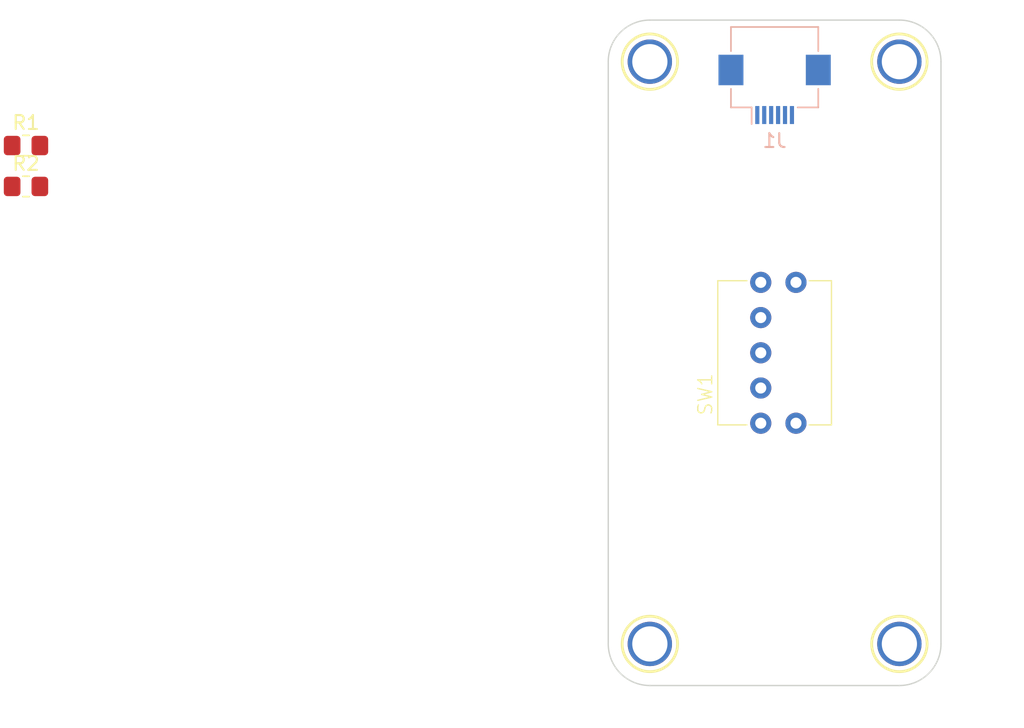
<source format=kicad_pcb>
(kicad_pcb (version 20221018) (generator pcbnew)
  (layers (0 "F.Cu" signal) (31 "B.Cu" signal) (34 "B.Paste" user) (35 "F.Paste" user) (36 "B.SilkS" user "B.Silkscreen") (37 "F.SilkS" user "F.Silkscreen") (38 "B.Mask" user) (39 "F.Mask" user) (44 "Edge.Cuts" user))
  (net 0 "")
  (net 1 "+3.3V")
  (net 2 "/SW_0")
  (net 3 "/SW_1")
  (net 6 "GND")
  (footprint "MPP_MountingHole:Adafruit_MountingHole_M2.5_Plated" (layer "F.Cu") (at 143 63)
    (fp_text reference "H1" hide)
    (fp_text value "MountingHole_Pad_M2.5")
    (fp_circle (center 0 0) (end 2 0) (stroke (width 0.2032)) (fill none) (layer "F.SilkS"))
    (pad "MP" thru_hole circle (at 0 0) (size 3.2 3.2) (drill 2.54) (layers "*.Cu" "*.Mask"))
  )
  (footprint "MPP_MountingHole:Adafruit_MountingHole_M2.5_Plated" (layer "F.Cu") (at 161 63)
    (fp_text reference "H2" hide)
    (fp_text value "MountingHole_Pad_M2.5")
    (fp_circle (center 0 0) (end 2 0) (stroke (width 0.2032)) (fill none) (layer "F.SilkS"))
    (pad "MP" thru_hole circle (at 0 0) (size 3.2 3.2) (drill 2.54) (layers "*.Cu" "*.Mask"))
  )
  (footprint "Resistor_SMD:R_0805_2012Metric_Pad1.20x1.40mm_HandSolder" (layer "F.Cu") (at 98 72)
    (fp_text reference "R2" (at 0 -1.65) (layer "F.SilkS"))
    (fp_text value "10k")
    (fp_line (start -0.227064 -0.735) (end 0.227064 -0.735) (stroke (width 0.12)) (layer "F.SilkS"))
    (fp_line (start -0.227064 0.735) (end 0.227064 0.735) (stroke (width 0.12)) (layer "F.SilkS"))
    (pad "1" smd roundrect (at -1 0) (size 1.2 1.4) (layers "F.Cu" "F.Paste" "F.Mask") (roundrect_rratio 0.208333) (net 1 "+3.3V"))
    (pad "2" smd roundrect (at 1 0) (size 1.2 1.4) (layers "F.Cu" "F.Paste" "F.Mask") (roundrect_rratio 0.208333) (net 3 "/SW_1"))
  )
  (footprint "MPP_MountingHole:Adafruit_MountingHole_M2.5_Plated" (layer "F.Cu") (at 161 105)
    (fp_text reference "H4" hide)
    (fp_text value "MountingHole_Pad_M2.5")
    (fp_circle (center 0 0) (end 2 0) (stroke (width 0.2032)) (fill none) (layer "F.SilkS"))
    (pad "MP" thru_hole circle (at 0 0) (size 3.2 3.2) (drill 2.54) (layers "*.Cu" "*.Mask"))
  )
  (footprint "Resistor_SMD:R_0805_2012Metric_Pad1.20x1.40mm_HandSolder" (layer "F.Cu") (at 98 69.05)
    (fp_text reference "R1" (at 0 -1.65) (layer "F.SilkS"))
    (fp_text value "10k")
    (fp_line (start -0.227064 -0.735) (end 0.227064 -0.735) (stroke (width 0.12)) (layer "F.SilkS"))
    (fp_line (start -0.227064 0.735) (end 0.227064 0.735) (stroke (width 0.12)) (layer "F.SilkS"))
    (pad "1" smd roundrect (at -1 0) (size 1.2 1.4) (layers "F.Cu" "F.Paste" "F.Mask") (roundrect_rratio 0.208333) (net 1 "+3.3V"))
    (pad "2" smd roundrect (at 1 0) (size 1.2 1.4) (layers "F.Cu" "F.Paste" "F.Mask") (roundrect_rratio 0.208333) (net 2 "/SW_0"))
  )
  (footprint "MPP_Button_Switch_THT:NKK_SW_BxxAB" (layer "F.Cu") (at 152 84)
    (fp_text reference "SW1" (at -5 3 90 unlocked) (layer "F.SilkS") (effects (font (thickness 0.1))))
    (fp_text value "SW_SPDT_MSM")
    (fp_line (start -4.1 -5.2) (end -2 -5.2) (stroke (width 0.1)) (layer "F.SilkS"))
    (fp_line (start -4.1 5.2) (end -4.1 -5.2) (stroke (width 0.1)) (layer "F.SilkS"))
    (fp_line (start -2 5.2) (end -4.1 5.2) (stroke (width 0.1)) (layer "F.SilkS"))
    (fp_line (start 2.5 -5.2) (end 4.1 -5.2) (stroke (width 0.1)) (layer "F.SilkS"))
    (fp_line (start 4.1 -5.2) (end 4.1 5.2) (stroke (width 0.1)) (layer "F.SilkS"))
    (fp_line (start 4.1 5.2) (end 2.5 5.2) (stroke (width 0.1)) (layer "F.SilkS"))
    (pad "1" thru_hole circle (at -1 -2.54) (size 1.524 1.524) (drill 0.8) (layers "*.Cu" "*.Mask") (net 2 "/SW_0"))
    (pad "2" thru_hole circle (at -1 0) (size 1.524 1.524) (drill 0.8) (layers "*.Cu" "*.Mask") (net 6 "GND"))
    (pad "3" thru_hole circle (at -1 2.54) (size 1.524 1.524) (drill 0.8) (layers "*.Cu" "*.Mask") (net 3 "/SW_1"))
    (pad "MP" thru_hole circle (at -1 -5.08) (size 1.524 1.524) (drill 0.8) (layers "*.Cu" "*.Mask"))
    (pad "MP" thru_hole circle (at -1 5.08) (size 1.524 1.524) (drill 0.8) (layers "*.Cu" "*.Mask"))
    (pad "MP" thru_hole circle (at 1.54 -5.08) (size 1.524 1.524) (drill 0.8) (layers "*.Cu" "*.Mask"))
    (pad "MP" thru_hole circle (at 1.54 5.08) (size 1.524 1.524) (drill 0.8) (layers "*.Cu" "*.Mask"))
  )
  (footprint "MPP_MountingHole:Adafruit_MountingHole_M2.5_Plated" (layer "F.Cu") (at 143 105)
    (fp_text reference "H3" hide)
    (fp_text value "MountingHole_Pad_M2.5")
    (fp_circle (center 0 0) (end 2 0) (stroke (width 0.2032)) (fill none) (layer "F.SilkS"))
    (pad "MP" thru_hole circle (at 0 0) (size 3.2 3.2) (drill 2.54) (layers "*.Cu" "*.Mask"))
  )
  (footprint "Connector_FFC-FPC:Hirose_FH12-6S-0.5SH_1x06-1MP_P0.50mm_Horizontal" (layer "B.Cu") (at 152 65)
    (fp_text reference "J1" (at 0 3.7) (layer "B.SilkS") (effects (justify mirror)))
    (fp_text value "Conn_01x06_Socket")
    (fp_line (start -3.15 -4.5) (end 3.15 -4.5) (stroke (width 0.12)) (layer "B.SilkS"))
    (fp_line (start -3.15 -2.76) (end -3.15 -4.5) (stroke (width 0.12)) (layer "B.SilkS"))
    (fp_line (start -3.15 1.3) (end -3.15 -0.04) (stroke (width 0.12)) (layer "B.SilkS"))
    (fp_line (start -1.66 1.3) (end -3.15 1.3) (stroke (width 0.12)) (layer "B.SilkS"))
    (fp_line (start -1.66 1.3) (end -1.66 2.5) (stroke (width 0.12)) (layer "B.SilkS"))
    (fp_line (start 1.66 1.3) (end 3.15 1.3) (stroke (width 0.12)) (layer "B.SilkS"))
    (fp_line (start 3.15 -4.5) (end 3.15 -2.76) (stroke (width 0.12)) (layer "B.SilkS"))
    (fp_line (start 3.15 1.3) (end 3.15 -0.04) (stroke (width 0.12)) (layer "B.SilkS"))
    (pad "1" smd rect (at -1.25 1.85) (size 0.3 1.3) (layers "B.Cu" "B.Paste" "B.Mask") (net 1 "+3.3V"))
    (pad "2" smd rect (at -0.75 1.85) (size 0.3 1.3) (layers "B.Cu" "B.Paste" "B.Mask") (net 2 "/SW_0"))
    (pad "3" smd rect (at -0.25 1.85) (size 0.3 1.3) (layers "B.Cu" "B.Paste" "B.Mask") (net 3 "/SW_1"))
    (pad "4" smd rect (at 0.25 1.85) (size 0.3 1.3) (layers "B.Cu" "B.Paste" "B.Mask"))
    (pad "5" smd rect (at 0.75 1.85) (size 0.3 1.3) (layers "B.Cu" "B.Paste" "B.Mask"))
    (pad "6" smd rect (at 1.25 1.85) (size 0.3 1.3) (layers "B.Cu" "B.Paste" "B.Mask") (net 6 "GND"))
    (pad "MP" smd rect (at -3.15 -1.4) (size 1.8 2.2) (layers "B.Cu" "B.Paste" "B.Mask"))
    (pad "MP" smd rect (at 3.15 -1.4) (size 1.8 2.2) (layers "B.Cu" "B.Paste" "B.Mask"))
  )
  (gr_line (start 143 60) (end 161 60) (stroke (width 0.1)) (layer "Edge.Cuts"))
  (gr_arc (start 161 60) (mid 163.12132 60.87868) (end 164 63) (stroke (width 0.1)) (layer "Edge.Cuts"))
  (gr_line (start 164 63) (end 164 105) (stroke (width 0.1)) (layer "Edge.Cuts"))
  (gr_arc (start 140 63) (mid 140.87868 60.87868) (end 143 60) (stroke (width 0.1)) (layer "Edge.Cuts"))
  (gr_line (start 161 108) (end 143 108) (stroke (width 0.1)) (layer "Edge.Cuts"))
  (gr_arc (start 143 108) (mid 140.87868 107.12132) (end 140 105) (stroke (width 0.1)) (layer "Edge.Cuts"))
  (gr_line (start 140 105) (end 140 63) (stroke (width 0.1)) (layer "Edge.Cuts"))
  (gr_arc (start 164 105) (mid 163.12132 107.12132) (end 161 108) (stroke (width 0.1)) (layer "Edge.Cuts"))
)
</source>
